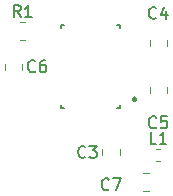
<source format=gbr>
%TF.GenerationSoftware,KiCad,Pcbnew,8.0.7*%
%TF.CreationDate,2025-02-16T22:30:25-06:00*%
%TF.ProjectId,MotorDriver,4d6f746f-7244-4726-9976-65722e6b6963,rev?*%
%TF.SameCoordinates,Original*%
%TF.FileFunction,Legend,Top*%
%TF.FilePolarity,Positive*%
%FSLAX46Y46*%
G04 Gerber Fmt 4.6, Leading zero omitted, Abs format (unit mm)*
G04 Created by KiCad (PCBNEW 8.0.7) date 2025-02-16 22:30:25*
%MOMM*%
%LPD*%
G01*
G04 APERTURE LIST*
%ADD10C,0.150000*%
%ADD11C,0.250000*%
%ADD12C,0.120000*%
G04 APERTURE END LIST*
D10*
X133833333Y-96109580D02*
X133785714Y-96157200D01*
X133785714Y-96157200D02*
X133642857Y-96204819D01*
X133642857Y-96204819D02*
X133547619Y-96204819D01*
X133547619Y-96204819D02*
X133404762Y-96157200D01*
X133404762Y-96157200D02*
X133309524Y-96061961D01*
X133309524Y-96061961D02*
X133261905Y-95966723D01*
X133261905Y-95966723D02*
X133214286Y-95776247D01*
X133214286Y-95776247D02*
X133214286Y-95633390D01*
X133214286Y-95633390D02*
X133261905Y-95442914D01*
X133261905Y-95442914D02*
X133309524Y-95347676D01*
X133309524Y-95347676D02*
X133404762Y-95252438D01*
X133404762Y-95252438D02*
X133547619Y-95204819D01*
X133547619Y-95204819D02*
X133642857Y-95204819D01*
X133642857Y-95204819D02*
X133785714Y-95252438D01*
X133785714Y-95252438D02*
X133833333Y-95300057D01*
X134166667Y-95204819D02*
X134785714Y-95204819D01*
X134785714Y-95204819D02*
X134452381Y-95585771D01*
X134452381Y-95585771D02*
X134595238Y-95585771D01*
X134595238Y-95585771D02*
X134690476Y-95633390D01*
X134690476Y-95633390D02*
X134738095Y-95681009D01*
X134738095Y-95681009D02*
X134785714Y-95776247D01*
X134785714Y-95776247D02*
X134785714Y-96014342D01*
X134785714Y-96014342D02*
X134738095Y-96109580D01*
X134738095Y-96109580D02*
X134690476Y-96157200D01*
X134690476Y-96157200D02*
X134595238Y-96204819D01*
X134595238Y-96204819D02*
X134309524Y-96204819D01*
X134309524Y-96204819D02*
X134214286Y-96157200D01*
X134214286Y-96157200D02*
X134166667Y-96109580D01*
X128351040Y-84286157D02*
X128017707Y-83809966D01*
X127779612Y-84286157D02*
X127779612Y-83286157D01*
X127779612Y-83286157D02*
X128160564Y-83286157D01*
X128160564Y-83286157D02*
X128255802Y-83333776D01*
X128255802Y-83333776D02*
X128303421Y-83381395D01*
X128303421Y-83381395D02*
X128351040Y-83476633D01*
X128351040Y-83476633D02*
X128351040Y-83619490D01*
X128351040Y-83619490D02*
X128303421Y-83714728D01*
X128303421Y-83714728D02*
X128255802Y-83762347D01*
X128255802Y-83762347D02*
X128160564Y-83809966D01*
X128160564Y-83809966D02*
X127779612Y-83809966D01*
X129303421Y-84286157D02*
X128731993Y-84286157D01*
X129017707Y-84286157D02*
X129017707Y-83286157D01*
X129017707Y-83286157D02*
X128922469Y-83429014D01*
X128922469Y-83429014D02*
X128827231Y-83524252D01*
X128827231Y-83524252D02*
X128731993Y-83571871D01*
X139833333Y-93609580D02*
X139785714Y-93657200D01*
X139785714Y-93657200D02*
X139642857Y-93704819D01*
X139642857Y-93704819D02*
X139547619Y-93704819D01*
X139547619Y-93704819D02*
X139404762Y-93657200D01*
X139404762Y-93657200D02*
X139309524Y-93561961D01*
X139309524Y-93561961D02*
X139261905Y-93466723D01*
X139261905Y-93466723D02*
X139214286Y-93276247D01*
X139214286Y-93276247D02*
X139214286Y-93133390D01*
X139214286Y-93133390D02*
X139261905Y-92942914D01*
X139261905Y-92942914D02*
X139309524Y-92847676D01*
X139309524Y-92847676D02*
X139404762Y-92752438D01*
X139404762Y-92752438D02*
X139547619Y-92704819D01*
X139547619Y-92704819D02*
X139642857Y-92704819D01*
X139642857Y-92704819D02*
X139785714Y-92752438D01*
X139785714Y-92752438D02*
X139833333Y-92800057D01*
X140738095Y-92704819D02*
X140261905Y-92704819D01*
X140261905Y-92704819D02*
X140214286Y-93181009D01*
X140214286Y-93181009D02*
X140261905Y-93133390D01*
X140261905Y-93133390D02*
X140357143Y-93085771D01*
X140357143Y-93085771D02*
X140595238Y-93085771D01*
X140595238Y-93085771D02*
X140690476Y-93133390D01*
X140690476Y-93133390D02*
X140738095Y-93181009D01*
X140738095Y-93181009D02*
X140785714Y-93276247D01*
X140785714Y-93276247D02*
X140785714Y-93514342D01*
X140785714Y-93514342D02*
X140738095Y-93609580D01*
X140738095Y-93609580D02*
X140690476Y-93657200D01*
X140690476Y-93657200D02*
X140595238Y-93704819D01*
X140595238Y-93704819D02*
X140357143Y-93704819D01*
X140357143Y-93704819D02*
X140261905Y-93657200D01*
X140261905Y-93657200D02*
X140214286Y-93609580D01*
X129583333Y-88859580D02*
X129535714Y-88907200D01*
X129535714Y-88907200D02*
X129392857Y-88954819D01*
X129392857Y-88954819D02*
X129297619Y-88954819D01*
X129297619Y-88954819D02*
X129154762Y-88907200D01*
X129154762Y-88907200D02*
X129059524Y-88811961D01*
X129059524Y-88811961D02*
X129011905Y-88716723D01*
X129011905Y-88716723D02*
X128964286Y-88526247D01*
X128964286Y-88526247D02*
X128964286Y-88383390D01*
X128964286Y-88383390D02*
X129011905Y-88192914D01*
X129011905Y-88192914D02*
X129059524Y-88097676D01*
X129059524Y-88097676D02*
X129154762Y-88002438D01*
X129154762Y-88002438D02*
X129297619Y-87954819D01*
X129297619Y-87954819D02*
X129392857Y-87954819D01*
X129392857Y-87954819D02*
X129535714Y-88002438D01*
X129535714Y-88002438D02*
X129583333Y-88050057D01*
X130440476Y-87954819D02*
X130250000Y-87954819D01*
X130250000Y-87954819D02*
X130154762Y-88002438D01*
X130154762Y-88002438D02*
X130107143Y-88050057D01*
X130107143Y-88050057D02*
X130011905Y-88192914D01*
X130011905Y-88192914D02*
X129964286Y-88383390D01*
X129964286Y-88383390D02*
X129964286Y-88764342D01*
X129964286Y-88764342D02*
X130011905Y-88859580D01*
X130011905Y-88859580D02*
X130059524Y-88907200D01*
X130059524Y-88907200D02*
X130154762Y-88954819D01*
X130154762Y-88954819D02*
X130345238Y-88954819D01*
X130345238Y-88954819D02*
X130440476Y-88907200D01*
X130440476Y-88907200D02*
X130488095Y-88859580D01*
X130488095Y-88859580D02*
X130535714Y-88764342D01*
X130535714Y-88764342D02*
X130535714Y-88526247D01*
X130535714Y-88526247D02*
X130488095Y-88431009D01*
X130488095Y-88431009D02*
X130440476Y-88383390D01*
X130440476Y-88383390D02*
X130345238Y-88335771D01*
X130345238Y-88335771D02*
X130154762Y-88335771D01*
X130154762Y-88335771D02*
X130059524Y-88383390D01*
X130059524Y-88383390D02*
X130011905Y-88431009D01*
X130011905Y-88431009D02*
X129964286Y-88526247D01*
X135833333Y-98859580D02*
X135785714Y-98907200D01*
X135785714Y-98907200D02*
X135642857Y-98954819D01*
X135642857Y-98954819D02*
X135547619Y-98954819D01*
X135547619Y-98954819D02*
X135404762Y-98907200D01*
X135404762Y-98907200D02*
X135309524Y-98811961D01*
X135309524Y-98811961D02*
X135261905Y-98716723D01*
X135261905Y-98716723D02*
X135214286Y-98526247D01*
X135214286Y-98526247D02*
X135214286Y-98383390D01*
X135214286Y-98383390D02*
X135261905Y-98192914D01*
X135261905Y-98192914D02*
X135309524Y-98097676D01*
X135309524Y-98097676D02*
X135404762Y-98002438D01*
X135404762Y-98002438D02*
X135547619Y-97954819D01*
X135547619Y-97954819D02*
X135642857Y-97954819D01*
X135642857Y-97954819D02*
X135785714Y-98002438D01*
X135785714Y-98002438D02*
X135833333Y-98050057D01*
X136166667Y-97954819D02*
X136833333Y-97954819D01*
X136833333Y-97954819D02*
X136404762Y-98954819D01*
X139833333Y-95024819D02*
X139357143Y-95024819D01*
X139357143Y-95024819D02*
X139357143Y-94024819D01*
X140690476Y-95024819D02*
X140119048Y-95024819D01*
X140404762Y-95024819D02*
X140404762Y-94024819D01*
X140404762Y-94024819D02*
X140309524Y-94167676D01*
X140309524Y-94167676D02*
X140214286Y-94262914D01*
X140214286Y-94262914D02*
X140119048Y-94310533D01*
X139833333Y-84359580D02*
X139785714Y-84407200D01*
X139785714Y-84407200D02*
X139642857Y-84454819D01*
X139642857Y-84454819D02*
X139547619Y-84454819D01*
X139547619Y-84454819D02*
X139404762Y-84407200D01*
X139404762Y-84407200D02*
X139309524Y-84311961D01*
X139309524Y-84311961D02*
X139261905Y-84216723D01*
X139261905Y-84216723D02*
X139214286Y-84026247D01*
X139214286Y-84026247D02*
X139214286Y-83883390D01*
X139214286Y-83883390D02*
X139261905Y-83692914D01*
X139261905Y-83692914D02*
X139309524Y-83597676D01*
X139309524Y-83597676D02*
X139404762Y-83502438D01*
X139404762Y-83502438D02*
X139547619Y-83454819D01*
X139547619Y-83454819D02*
X139642857Y-83454819D01*
X139642857Y-83454819D02*
X139785714Y-83502438D01*
X139785714Y-83502438D02*
X139833333Y-83550057D01*
X140690476Y-83788152D02*
X140690476Y-84454819D01*
X140452381Y-83407200D02*
X140214286Y-84121485D01*
X140214286Y-84121485D02*
X140833333Y-84121485D01*
%TO.C,U1*%
X136750001Y-92000001D02*
X136500002Y-92000001D01*
X136750001Y-91750001D02*
X136750001Y-92000001D01*
X136750001Y-84999999D02*
X136750001Y-85249999D01*
X136750001Y-84999999D02*
X136500002Y-84999999D01*
X132000000Y-92000001D02*
X131750001Y-92000001D01*
X132000000Y-84999999D02*
X131750001Y-84999999D01*
X131750001Y-91750001D02*
X131750001Y-92000001D01*
X131750001Y-84999999D02*
X131750001Y-85249999D01*
D11*
X138131068Y-91250000D02*
G75*
G02*
X137881066Y-91250000I-125001J0D01*
G01*
X137881066Y-91250000D02*
G75*
G02*
X138131068Y-91250000I125001J0D01*
G01*
D12*
%TO.C,C3*%
X135265000Y-95488748D02*
X135265000Y-96011252D01*
X136735000Y-95488748D02*
X136735000Y-96011252D01*
%TO.C,R1*%
X128290643Y-84746338D02*
X128744771Y-84746338D01*
X128290643Y-86216338D02*
X128744771Y-86216338D01*
%TO.C,C5*%
X139265000Y-90761252D02*
X139265000Y-90238748D01*
X140735000Y-90761252D02*
X140735000Y-90238748D01*
%TO.C,C6*%
X127015000Y-88238748D02*
X127015000Y-88761252D01*
X128485000Y-88238748D02*
X128485000Y-88761252D01*
%TO.C,C7*%
X138738748Y-97515000D02*
X139261252Y-97515000D01*
X138738748Y-98985000D02*
X139261252Y-98985000D01*
%TO.C,L1*%
X139837221Y-95490000D02*
X140162779Y-95490000D01*
X139837221Y-96510000D02*
X140162779Y-96510000D01*
%TO.C,C4*%
X139265000Y-86238748D02*
X139265000Y-86761252D01*
X140735000Y-86238748D02*
X140735000Y-86761252D01*
%TD*%
M02*

</source>
